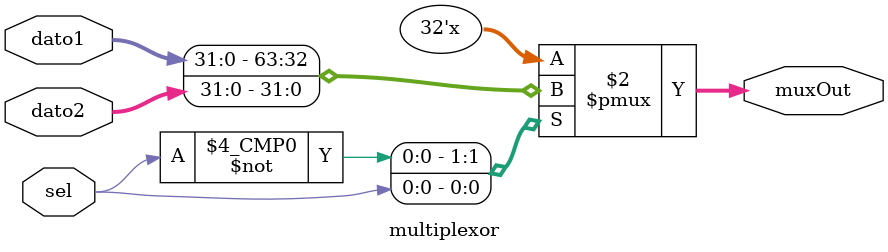
<source format=v>
module multiplexor (
    input [31:0] dato1,
    input [31:0] dato2,
    input sel,
    output reg [31:0] muxOut
);

always @(*) begin
    case (sel)
        1'b0: muxOut = dato1;
        1'b1: muxOut = dato2;
        default: muxOut = 32'd0;
    endcase
end

endmodule

</source>
